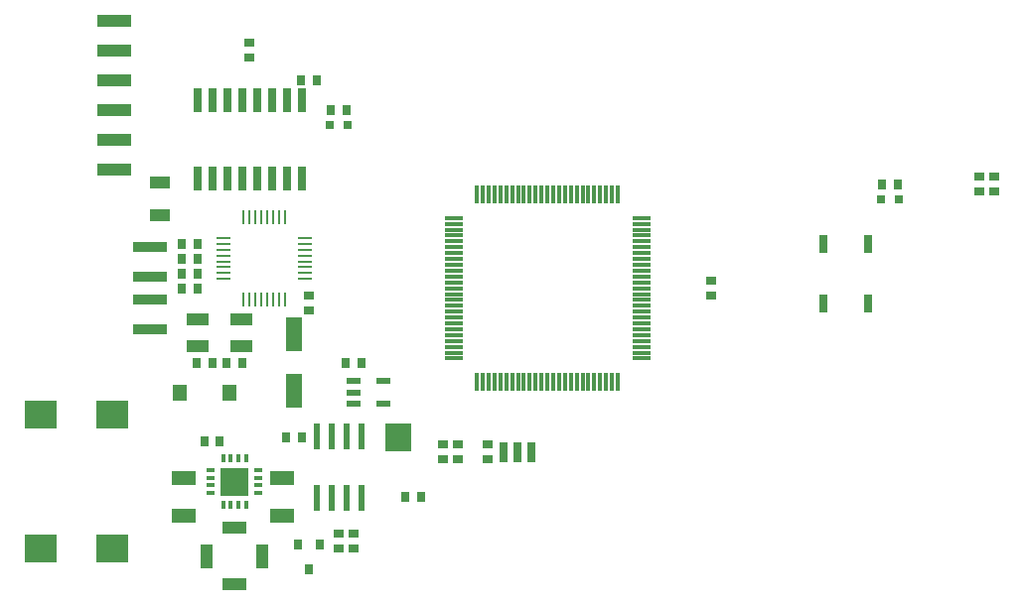
<source format=gtp>
G75*
G70*
%OFA0B0*%
%FSLAX24Y24*%
%IPPOS*%
%LPD*%
%AMOC8*
5,1,8,0,0,1.08239X$1,22.5*
%
%ADD10R,0.0591X0.0118*%
%ADD11R,0.0118X0.0591*%
%ADD12R,0.0276X0.0669*%
%ADD13R,0.1102X0.0945*%
%ADD14R,0.0276X0.0354*%
%ADD15R,0.0354X0.0276*%
%ADD16R,0.0300X0.0600*%
%ADD17R,0.0315X0.0315*%
%ADD18R,0.0472X0.0217*%
%ADD19R,0.1181X0.0394*%
%ADD20R,0.0500X0.0250*%
%ADD21R,0.0900X0.0960*%
%ADD22R,0.0500X0.0579*%
%ADD23R,0.0240X0.0870*%
%ADD24R,0.0315X0.0354*%
%ADD25R,0.0787X0.0472*%
%ADD26R,0.0433X0.0787*%
%ADD27R,0.0787X0.0433*%
%ADD28R,0.0551X0.1181*%
%ADD29R,0.0709X0.0394*%
%ADD30R,0.1181X0.0354*%
%ADD31R,0.0748X0.0433*%
%ADD32R,0.0260X0.0800*%
%ADD33R,0.0315X0.0138*%
%ADD34R,0.0138X0.0315*%
%ADD35R,0.0925X0.0925*%
%ADD36R,0.0450X0.0100*%
%ADD37R,0.0100X0.0450*%
D10*
X016330Y008638D03*
X016330Y008835D03*
X016330Y009031D03*
X016330Y009228D03*
X016330Y009425D03*
X016330Y009622D03*
X016330Y009819D03*
X016330Y010016D03*
X016330Y010213D03*
X016330Y010409D03*
X016330Y010606D03*
X016330Y010803D03*
X016330Y011000D03*
X016330Y011197D03*
X016330Y011394D03*
X016330Y011591D03*
X016330Y011787D03*
X016330Y011984D03*
X016330Y012181D03*
X016330Y012378D03*
X016330Y012575D03*
X016330Y012772D03*
X016330Y012969D03*
X016330Y013165D03*
X016330Y013362D03*
X022629Y013362D03*
X022629Y013165D03*
X022629Y012969D03*
X022629Y012772D03*
X022629Y012575D03*
X022629Y012378D03*
X022629Y012181D03*
X022629Y011984D03*
X022629Y011787D03*
X022629Y011591D03*
X022629Y011394D03*
X022629Y011197D03*
X022629Y011000D03*
X022629Y010803D03*
X022629Y010606D03*
X022629Y010409D03*
X022629Y010213D03*
X022629Y010016D03*
X022629Y009819D03*
X022629Y009622D03*
X022629Y009425D03*
X022629Y009228D03*
X022629Y009031D03*
X022629Y008835D03*
X022629Y008638D03*
D11*
X021842Y007850D03*
X021645Y007850D03*
X021448Y007850D03*
X021251Y007850D03*
X021054Y007850D03*
X020857Y007850D03*
X020660Y007850D03*
X020464Y007850D03*
X020267Y007850D03*
X020070Y007850D03*
X019873Y007850D03*
X019676Y007850D03*
X019479Y007850D03*
X019282Y007850D03*
X019086Y007850D03*
X018889Y007850D03*
X018692Y007850D03*
X018495Y007850D03*
X018298Y007850D03*
X018101Y007850D03*
X017905Y007850D03*
X017708Y007850D03*
X017511Y007850D03*
X017314Y007850D03*
X017117Y007850D03*
X017117Y014150D03*
X017314Y014150D03*
X017511Y014150D03*
X017708Y014150D03*
X017905Y014150D03*
X018101Y014150D03*
X018298Y014150D03*
X018495Y014150D03*
X018692Y014150D03*
X018889Y014150D03*
X019086Y014150D03*
X019282Y014150D03*
X019479Y014150D03*
X019676Y014150D03*
X019873Y014150D03*
X020070Y014150D03*
X020267Y014150D03*
X020464Y014150D03*
X020660Y014150D03*
X020857Y014150D03*
X021054Y014150D03*
X021251Y014150D03*
X021448Y014150D03*
X021645Y014150D03*
X021842Y014150D03*
D12*
X018952Y005500D03*
X018479Y005500D03*
X018007Y005500D03*
D13*
X002479Y002256D03*
X004881Y002256D03*
X004881Y006744D03*
X002479Y006744D03*
D14*
X007723Y008500D03*
X008235Y008500D03*
X008723Y008500D03*
X009235Y008500D03*
X012723Y008500D03*
X013235Y008500D03*
X011235Y006000D03*
X010723Y006000D03*
X008485Y005850D03*
X007973Y005850D03*
X014723Y004000D03*
X015235Y004000D03*
X007735Y011000D03*
X007223Y011000D03*
X007223Y011500D03*
X007735Y011500D03*
X007735Y012000D03*
X007223Y012000D03*
X007223Y012500D03*
X007735Y012500D03*
X012223Y017000D03*
X012735Y017000D03*
X011735Y018000D03*
X011223Y018000D03*
X030723Y014500D03*
X031235Y014500D03*
D15*
X033979Y014244D03*
X034479Y014244D03*
X034479Y014756D03*
X033979Y014756D03*
X024979Y011256D03*
X024979Y010744D03*
X017479Y005756D03*
X017479Y005244D03*
X016479Y005244D03*
X015979Y005244D03*
X015979Y005756D03*
X016479Y005756D03*
X012979Y002756D03*
X012479Y002756D03*
X012479Y002244D03*
X012979Y002244D03*
X011479Y010244D03*
X011479Y010756D03*
X009479Y018744D03*
X009479Y019256D03*
D16*
X028729Y012500D03*
X030229Y012500D03*
X030229Y010500D03*
X028729Y010500D03*
D17*
X030684Y014000D03*
X031275Y014000D03*
X012775Y016500D03*
X012184Y016500D03*
D18*
X012967Y007874D03*
X012967Y007500D03*
X012967Y007126D03*
X013991Y007126D03*
X013991Y007874D03*
D19*
X004948Y015000D03*
X004948Y016000D03*
X004948Y017000D03*
X004948Y018000D03*
X004948Y019000D03*
X004948Y020000D03*
D20*
X014479Y006162D03*
X014479Y005838D03*
D21*
X014479Y006000D03*
D22*
X008826Y007500D03*
X007133Y007500D03*
D23*
X011729Y006030D03*
X012229Y006030D03*
X012729Y006030D03*
X013229Y006030D03*
X013229Y003970D03*
X012729Y003970D03*
X012229Y003970D03*
X011729Y003970D03*
D24*
X011853Y002394D03*
X011105Y002394D03*
X011479Y001567D03*
D25*
X010579Y003370D03*
X010579Y004630D03*
X007279Y004630D03*
X007279Y003370D03*
D26*
X008034Y002000D03*
X009924Y002000D03*
D27*
X008979Y001055D03*
X008979Y002945D03*
D28*
X010979Y007555D03*
X010979Y009445D03*
D29*
X006479Y013449D03*
X006479Y014551D03*
D30*
X006138Y012378D03*
X006138Y011394D03*
X006138Y010606D03*
X006138Y009622D03*
D31*
X007751Y009953D03*
X007751Y009047D03*
X009208Y009047D03*
X009208Y009953D03*
D32*
X009229Y014695D03*
X008729Y014695D03*
X008229Y014695D03*
X007729Y014695D03*
X009729Y014695D03*
X010229Y014695D03*
X010729Y014695D03*
X011229Y014695D03*
X011229Y017305D03*
X010729Y017305D03*
X010229Y017305D03*
X009729Y017305D03*
X009229Y017305D03*
X008729Y017305D03*
X008229Y017305D03*
X007729Y017305D03*
D33*
X008192Y004884D03*
X008192Y004628D03*
X008192Y004372D03*
X008192Y004116D03*
X009767Y004116D03*
X009767Y004372D03*
X009767Y004628D03*
X009767Y004884D03*
D34*
X009363Y005287D03*
X009107Y005287D03*
X008851Y005287D03*
X008595Y005287D03*
X008595Y003713D03*
X008851Y003713D03*
X009107Y003713D03*
X009363Y003713D03*
D35*
X008979Y004500D03*
D36*
X008601Y011311D03*
X008601Y011508D03*
X008601Y011705D03*
X008601Y011902D03*
X008601Y012098D03*
X008601Y012295D03*
X008601Y012492D03*
X008601Y012689D03*
X011357Y012689D03*
X011357Y012492D03*
X011357Y012295D03*
X011357Y012098D03*
X011357Y011902D03*
X011357Y011705D03*
X011357Y011508D03*
X011357Y011311D03*
D37*
X010668Y010622D03*
X010471Y010622D03*
X010275Y010622D03*
X010078Y010622D03*
X009881Y010622D03*
X009684Y010622D03*
X009487Y010622D03*
X009290Y010622D03*
X009290Y013378D03*
X009487Y013378D03*
X009684Y013378D03*
X009881Y013378D03*
X010078Y013378D03*
X010275Y013378D03*
X010471Y013378D03*
X010668Y013378D03*
M02*

</source>
